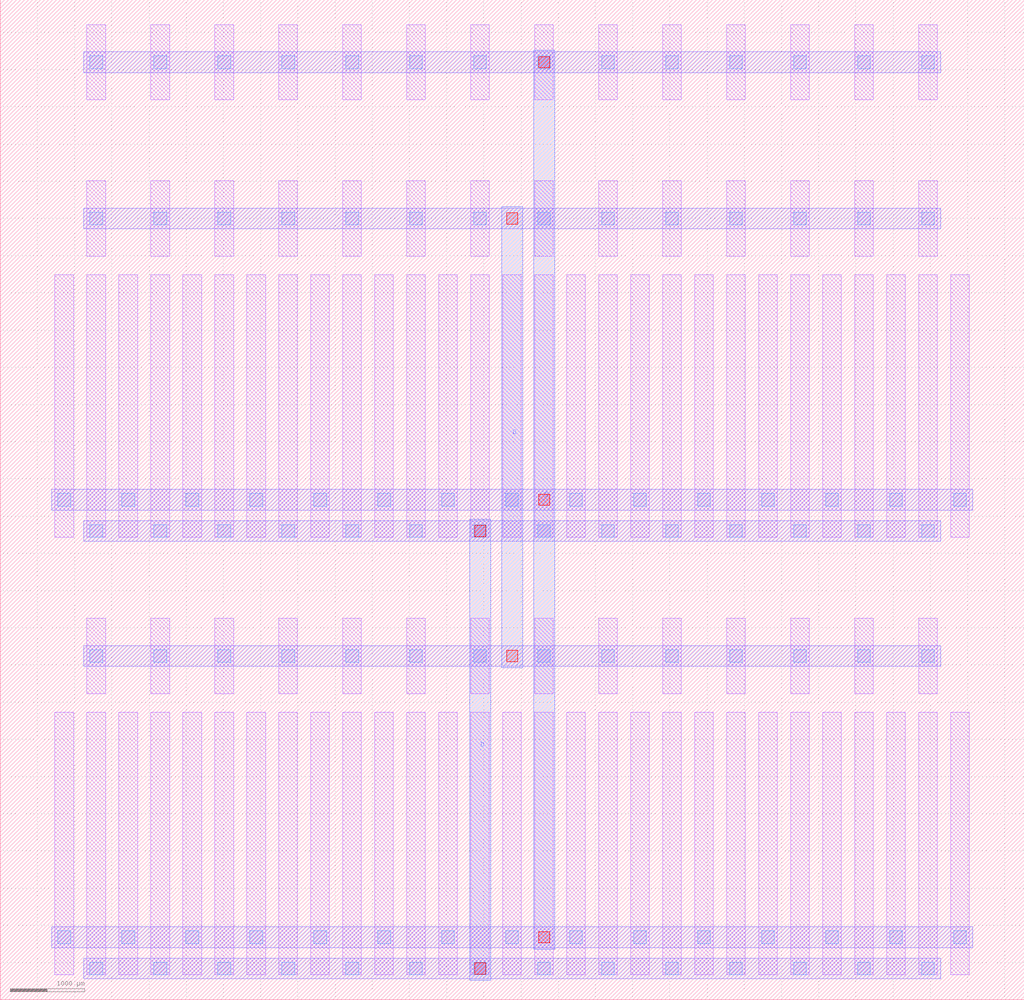
<source format=lef>
MACRO NMOS_S_17321006_X14_Y2
  UNITS 
    DATABASE MICRONS UNITS 1000;
  END UNITS 
  ORIGIN 0 0 ;
  FOREIGN NMOS_S_17321006_X14_Y2 0 0 ;
  SIZE 13760 BY 13440 ;
  PIN D
    DIRECTION INOUT ;
    USE SIGNAL ;
    PORT
      LAYER M3 ;
        RECT 6310 260 6590 6460 ;
    END
  END D
  PIN G
    DIRECTION INOUT ;
    USE SIGNAL ;
    PORT
      LAYER M3 ;
        RECT 6740 4460 7020 10660 ;
    END
  END G
  PIN S
    DIRECTION INOUT ;
    USE SIGNAL ;
    PORT
      LAYER M3 ;
        RECT 7170 680 7450 12760 ;
    END
  END S
  OBS
    LAYER M1 ;
      RECT 1165 335 1415 3865 ;
    LAYER M1 ;
      RECT 1165 4115 1415 5125 ;
    LAYER M1 ;
      RECT 1165 6215 1415 9745 ;
    LAYER M1 ;
      RECT 1165 9995 1415 11005 ;
    LAYER M1 ;
      RECT 1165 12095 1415 13105 ;
    LAYER M1 ;
      RECT 735 335 985 3865 ;
    LAYER M1 ;
      RECT 735 6215 985 9745 ;
    LAYER M1 ;
      RECT 1595 335 1845 3865 ;
    LAYER M1 ;
      RECT 1595 6215 1845 9745 ;
    LAYER M1 ;
      RECT 2025 335 2275 3865 ;
    LAYER M1 ;
      RECT 2025 4115 2275 5125 ;
    LAYER M1 ;
      RECT 2025 6215 2275 9745 ;
    LAYER M1 ;
      RECT 2025 9995 2275 11005 ;
    LAYER M1 ;
      RECT 2025 12095 2275 13105 ;
    LAYER M1 ;
      RECT 2455 335 2705 3865 ;
    LAYER M1 ;
      RECT 2455 6215 2705 9745 ;
    LAYER M1 ;
      RECT 2885 335 3135 3865 ;
    LAYER M1 ;
      RECT 2885 4115 3135 5125 ;
    LAYER M1 ;
      RECT 2885 6215 3135 9745 ;
    LAYER M1 ;
      RECT 2885 9995 3135 11005 ;
    LAYER M1 ;
      RECT 2885 12095 3135 13105 ;
    LAYER M1 ;
      RECT 3315 335 3565 3865 ;
    LAYER M1 ;
      RECT 3315 6215 3565 9745 ;
    LAYER M1 ;
      RECT 3745 335 3995 3865 ;
    LAYER M1 ;
      RECT 3745 4115 3995 5125 ;
    LAYER M1 ;
      RECT 3745 6215 3995 9745 ;
    LAYER M1 ;
      RECT 3745 9995 3995 11005 ;
    LAYER M1 ;
      RECT 3745 12095 3995 13105 ;
    LAYER M1 ;
      RECT 4175 335 4425 3865 ;
    LAYER M1 ;
      RECT 4175 6215 4425 9745 ;
    LAYER M1 ;
      RECT 4605 335 4855 3865 ;
    LAYER M1 ;
      RECT 4605 4115 4855 5125 ;
    LAYER M1 ;
      RECT 4605 6215 4855 9745 ;
    LAYER M1 ;
      RECT 4605 9995 4855 11005 ;
    LAYER M1 ;
      RECT 4605 12095 4855 13105 ;
    LAYER M1 ;
      RECT 5035 335 5285 3865 ;
    LAYER M1 ;
      RECT 5035 6215 5285 9745 ;
    LAYER M1 ;
      RECT 5465 335 5715 3865 ;
    LAYER M1 ;
      RECT 5465 4115 5715 5125 ;
    LAYER M1 ;
      RECT 5465 6215 5715 9745 ;
    LAYER M1 ;
      RECT 5465 9995 5715 11005 ;
    LAYER M1 ;
      RECT 5465 12095 5715 13105 ;
    LAYER M1 ;
      RECT 5895 335 6145 3865 ;
    LAYER M1 ;
      RECT 5895 6215 6145 9745 ;
    LAYER M1 ;
      RECT 6325 335 6575 3865 ;
    LAYER M1 ;
      RECT 6325 4115 6575 5125 ;
    LAYER M1 ;
      RECT 6325 6215 6575 9745 ;
    LAYER M1 ;
      RECT 6325 9995 6575 11005 ;
    LAYER M1 ;
      RECT 6325 12095 6575 13105 ;
    LAYER M1 ;
      RECT 6755 335 7005 3865 ;
    LAYER M1 ;
      RECT 6755 6215 7005 9745 ;
    LAYER M1 ;
      RECT 7185 335 7435 3865 ;
    LAYER M1 ;
      RECT 7185 4115 7435 5125 ;
    LAYER M1 ;
      RECT 7185 6215 7435 9745 ;
    LAYER M1 ;
      RECT 7185 9995 7435 11005 ;
    LAYER M1 ;
      RECT 7185 12095 7435 13105 ;
    LAYER M1 ;
      RECT 7615 335 7865 3865 ;
    LAYER M1 ;
      RECT 7615 6215 7865 9745 ;
    LAYER M1 ;
      RECT 8045 335 8295 3865 ;
    LAYER M1 ;
      RECT 8045 4115 8295 5125 ;
    LAYER M1 ;
      RECT 8045 6215 8295 9745 ;
    LAYER M1 ;
      RECT 8045 9995 8295 11005 ;
    LAYER M1 ;
      RECT 8045 12095 8295 13105 ;
    LAYER M1 ;
      RECT 8475 335 8725 3865 ;
    LAYER M1 ;
      RECT 8475 6215 8725 9745 ;
    LAYER M1 ;
      RECT 8905 335 9155 3865 ;
    LAYER M1 ;
      RECT 8905 4115 9155 5125 ;
    LAYER M1 ;
      RECT 8905 6215 9155 9745 ;
    LAYER M1 ;
      RECT 8905 9995 9155 11005 ;
    LAYER M1 ;
      RECT 8905 12095 9155 13105 ;
    LAYER M1 ;
      RECT 9335 335 9585 3865 ;
    LAYER M1 ;
      RECT 9335 6215 9585 9745 ;
    LAYER M1 ;
      RECT 9765 335 10015 3865 ;
    LAYER M1 ;
      RECT 9765 4115 10015 5125 ;
    LAYER M1 ;
      RECT 9765 6215 10015 9745 ;
    LAYER M1 ;
      RECT 9765 9995 10015 11005 ;
    LAYER M1 ;
      RECT 9765 12095 10015 13105 ;
    LAYER M1 ;
      RECT 10195 335 10445 3865 ;
    LAYER M1 ;
      RECT 10195 6215 10445 9745 ;
    LAYER M1 ;
      RECT 10625 335 10875 3865 ;
    LAYER M1 ;
      RECT 10625 4115 10875 5125 ;
    LAYER M1 ;
      RECT 10625 6215 10875 9745 ;
    LAYER M1 ;
      RECT 10625 9995 10875 11005 ;
    LAYER M1 ;
      RECT 10625 12095 10875 13105 ;
    LAYER M1 ;
      RECT 11055 335 11305 3865 ;
    LAYER M1 ;
      RECT 11055 6215 11305 9745 ;
    LAYER M1 ;
      RECT 11485 335 11735 3865 ;
    LAYER M1 ;
      RECT 11485 4115 11735 5125 ;
    LAYER M1 ;
      RECT 11485 6215 11735 9745 ;
    LAYER M1 ;
      RECT 11485 9995 11735 11005 ;
    LAYER M1 ;
      RECT 11485 12095 11735 13105 ;
    LAYER M1 ;
      RECT 11915 335 12165 3865 ;
    LAYER M1 ;
      RECT 11915 6215 12165 9745 ;
    LAYER M1 ;
      RECT 12345 335 12595 3865 ;
    LAYER M1 ;
      RECT 12345 4115 12595 5125 ;
    LAYER M1 ;
      RECT 12345 6215 12595 9745 ;
    LAYER M1 ;
      RECT 12345 9995 12595 11005 ;
    LAYER M1 ;
      RECT 12345 12095 12595 13105 ;
    LAYER M1 ;
      RECT 12775 335 13025 3865 ;
    LAYER M1 ;
      RECT 12775 6215 13025 9745 ;
    LAYER M2 ;
      RECT 1120 280 12640 560 ;
    LAYER M2 ;
      RECT 1120 4480 12640 4760 ;
    LAYER M2 ;
      RECT 690 700 13070 980 ;
    LAYER M2 ;
      RECT 1120 6160 12640 6440 ;
    LAYER M2 ;
      RECT 1120 10360 12640 10640 ;
    LAYER M2 ;
      RECT 1120 12460 12640 12740 ;
    LAYER M2 ;
      RECT 690 6580 13070 6860 ;
    LAYER V1 ;
      RECT 1205 335 1375 505 ;
    LAYER V1 ;
      RECT 1205 4535 1375 4705 ;
    LAYER V1 ;
      RECT 1205 6215 1375 6385 ;
    LAYER V1 ;
      RECT 1205 10415 1375 10585 ;
    LAYER V1 ;
      RECT 1205 12515 1375 12685 ;
    LAYER V1 ;
      RECT 2065 335 2235 505 ;
    LAYER V1 ;
      RECT 2065 4535 2235 4705 ;
    LAYER V1 ;
      RECT 2065 6215 2235 6385 ;
    LAYER V1 ;
      RECT 2065 10415 2235 10585 ;
    LAYER V1 ;
      RECT 2065 12515 2235 12685 ;
    LAYER V1 ;
      RECT 2925 335 3095 505 ;
    LAYER V1 ;
      RECT 2925 4535 3095 4705 ;
    LAYER V1 ;
      RECT 2925 6215 3095 6385 ;
    LAYER V1 ;
      RECT 2925 10415 3095 10585 ;
    LAYER V1 ;
      RECT 2925 12515 3095 12685 ;
    LAYER V1 ;
      RECT 3785 335 3955 505 ;
    LAYER V1 ;
      RECT 3785 4535 3955 4705 ;
    LAYER V1 ;
      RECT 3785 6215 3955 6385 ;
    LAYER V1 ;
      RECT 3785 10415 3955 10585 ;
    LAYER V1 ;
      RECT 3785 12515 3955 12685 ;
    LAYER V1 ;
      RECT 4645 335 4815 505 ;
    LAYER V1 ;
      RECT 4645 4535 4815 4705 ;
    LAYER V1 ;
      RECT 4645 6215 4815 6385 ;
    LAYER V1 ;
      RECT 4645 10415 4815 10585 ;
    LAYER V1 ;
      RECT 4645 12515 4815 12685 ;
    LAYER V1 ;
      RECT 5505 335 5675 505 ;
    LAYER V1 ;
      RECT 5505 4535 5675 4705 ;
    LAYER V1 ;
      RECT 5505 6215 5675 6385 ;
    LAYER V1 ;
      RECT 5505 10415 5675 10585 ;
    LAYER V1 ;
      RECT 5505 12515 5675 12685 ;
    LAYER V1 ;
      RECT 6365 335 6535 505 ;
    LAYER V1 ;
      RECT 6365 4535 6535 4705 ;
    LAYER V1 ;
      RECT 6365 6215 6535 6385 ;
    LAYER V1 ;
      RECT 6365 10415 6535 10585 ;
    LAYER V1 ;
      RECT 6365 12515 6535 12685 ;
    LAYER V1 ;
      RECT 7225 335 7395 505 ;
    LAYER V1 ;
      RECT 7225 4535 7395 4705 ;
    LAYER V1 ;
      RECT 7225 6215 7395 6385 ;
    LAYER V1 ;
      RECT 7225 10415 7395 10585 ;
    LAYER V1 ;
      RECT 7225 12515 7395 12685 ;
    LAYER V1 ;
      RECT 8085 335 8255 505 ;
    LAYER V1 ;
      RECT 8085 4535 8255 4705 ;
    LAYER V1 ;
      RECT 8085 6215 8255 6385 ;
    LAYER V1 ;
      RECT 8085 10415 8255 10585 ;
    LAYER V1 ;
      RECT 8085 12515 8255 12685 ;
    LAYER V1 ;
      RECT 8945 335 9115 505 ;
    LAYER V1 ;
      RECT 8945 4535 9115 4705 ;
    LAYER V1 ;
      RECT 8945 6215 9115 6385 ;
    LAYER V1 ;
      RECT 8945 10415 9115 10585 ;
    LAYER V1 ;
      RECT 8945 12515 9115 12685 ;
    LAYER V1 ;
      RECT 9805 335 9975 505 ;
    LAYER V1 ;
      RECT 9805 4535 9975 4705 ;
    LAYER V1 ;
      RECT 9805 6215 9975 6385 ;
    LAYER V1 ;
      RECT 9805 10415 9975 10585 ;
    LAYER V1 ;
      RECT 9805 12515 9975 12685 ;
    LAYER V1 ;
      RECT 10665 335 10835 505 ;
    LAYER V1 ;
      RECT 10665 4535 10835 4705 ;
    LAYER V1 ;
      RECT 10665 6215 10835 6385 ;
    LAYER V1 ;
      RECT 10665 10415 10835 10585 ;
    LAYER V1 ;
      RECT 10665 12515 10835 12685 ;
    LAYER V1 ;
      RECT 11525 335 11695 505 ;
    LAYER V1 ;
      RECT 11525 4535 11695 4705 ;
    LAYER V1 ;
      RECT 11525 6215 11695 6385 ;
    LAYER V1 ;
      RECT 11525 10415 11695 10585 ;
    LAYER V1 ;
      RECT 11525 12515 11695 12685 ;
    LAYER V1 ;
      RECT 12385 335 12555 505 ;
    LAYER V1 ;
      RECT 12385 4535 12555 4705 ;
    LAYER V1 ;
      RECT 12385 6215 12555 6385 ;
    LAYER V1 ;
      RECT 12385 10415 12555 10585 ;
    LAYER V1 ;
      RECT 12385 12515 12555 12685 ;
    LAYER V1 ;
      RECT 775 755 945 925 ;
    LAYER V1 ;
      RECT 775 6635 945 6805 ;
    LAYER V1 ;
      RECT 1635 755 1805 925 ;
    LAYER V1 ;
      RECT 1635 6635 1805 6805 ;
    LAYER V1 ;
      RECT 2495 755 2665 925 ;
    LAYER V1 ;
      RECT 2495 6635 2665 6805 ;
    LAYER V1 ;
      RECT 3355 755 3525 925 ;
    LAYER V1 ;
      RECT 3355 6635 3525 6805 ;
    LAYER V1 ;
      RECT 4215 755 4385 925 ;
    LAYER V1 ;
      RECT 4215 6635 4385 6805 ;
    LAYER V1 ;
      RECT 5075 755 5245 925 ;
    LAYER V1 ;
      RECT 5075 6635 5245 6805 ;
    LAYER V1 ;
      RECT 5935 755 6105 925 ;
    LAYER V1 ;
      RECT 5935 6635 6105 6805 ;
    LAYER V1 ;
      RECT 6795 755 6965 925 ;
    LAYER V1 ;
      RECT 6795 6635 6965 6805 ;
    LAYER V1 ;
      RECT 7655 755 7825 925 ;
    LAYER V1 ;
      RECT 7655 6635 7825 6805 ;
    LAYER V1 ;
      RECT 8515 755 8685 925 ;
    LAYER V1 ;
      RECT 8515 6635 8685 6805 ;
    LAYER V1 ;
      RECT 9375 755 9545 925 ;
    LAYER V1 ;
      RECT 9375 6635 9545 6805 ;
    LAYER V1 ;
      RECT 10235 755 10405 925 ;
    LAYER V1 ;
      RECT 10235 6635 10405 6805 ;
    LAYER V1 ;
      RECT 11095 755 11265 925 ;
    LAYER V1 ;
      RECT 11095 6635 11265 6805 ;
    LAYER V1 ;
      RECT 11955 755 12125 925 ;
    LAYER V1 ;
      RECT 11955 6635 12125 6805 ;
    LAYER V1 ;
      RECT 12815 755 12985 925 ;
    LAYER V1 ;
      RECT 12815 6635 12985 6805 ;
    LAYER V2 ;
      RECT 6375 345 6525 495 ;
    LAYER V2 ;
      RECT 6375 6225 6525 6375 ;
    LAYER V2 ;
      RECT 6805 4545 6955 4695 ;
    LAYER V2 ;
      RECT 6805 10425 6955 10575 ;
    LAYER V2 ;
      RECT 7235 765 7385 915 ;
    LAYER V2 ;
      RECT 7235 6645 7385 6795 ;
    LAYER V2 ;
      RECT 7235 12525 7385 12675 ;
  END
END NMOS_S_17321006_X14_Y2

</source>
